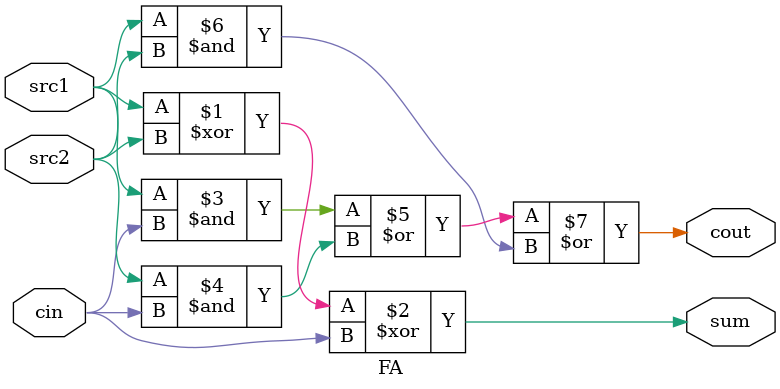
<source format=v>
module FA(src1, src2, cin, sum, cout);

input src1;
input src2;
input cin;

output sum;
output cout;

assign sum = src1 ^ src2 ^ cin;
assign cout = (src1&cin) | (src2&cin) | (src1&src2);


endmodule

</source>
